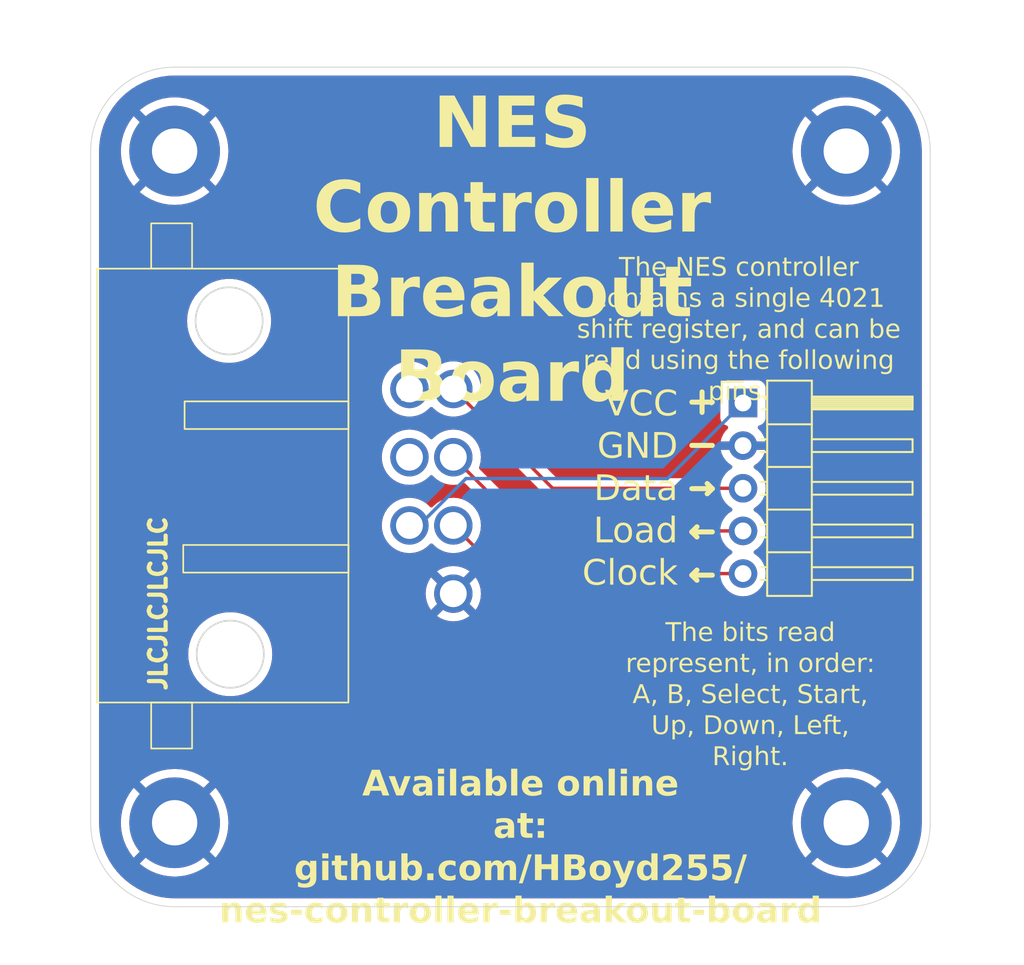
<source format=kicad_pcb>
(kicad_pcb (version 20240108) (generator "pcbnew") (generator_version "8.0")
  (layers (0 "F.Cu" signal) (31 "B.Cu" signal) (34 "B.Paste" user) (35 "F.Paste" user) (36 "B.SilkS" user "B.Silkscreen") (37 "F.SilkS" user "F.Silkscreen") (38 "B.Mask" user) (39 "F.Mask" user) (44 "Edge.Cuts" user))
  (net 0 "")
  (net 3 "GND")
  (net 4 "VCC")
  (net 5 "Data")
  (net 6 "Load")
  (net 7 "Clock")
  (footprint "NES_Controller_Port:NES_Controller_Port" (layer "F.Cu") (at 147.25 120 90)
    (property "Reference" "J1" (hide yes))
    (property "Value" "~")
    (fp_rect (start -12.838126 -14.968295) (end 13 0) (stroke (width 0.1)) (fill none) (layer "F.SilkS"))
    (fp_rect (start 13.003859 -11.74657) (end 15.69914 -9.312) (stroke (width 0.1)) (fill none) (layer "F.SilkS"))
    (fp_rect (start -15.578692 -11.74657) (end -12.836209 -9.312) (stroke (width 0.1)) (fill none) (layer "F.SilkS"))
    (fp_rect (start -5.102064 -9.837307) (end -3.456334 0.001888) (stroke (width 0.1)) (fill none) (layer "F.SilkS"))
    (fp_rect (start 3.449278 -9.756635) (end 5.095008 -0.000001) (stroke (width 0.1)) (fill none) (layer "F.SilkS"))
    (fp_circle (center 9.88992 -7.10518) (end 11.88992 -7.10518) (stroke (width 0.1)) (fill none) (layer "Edge.Cuts"))
    (fp_circle (center -9.961073 -7.037432) (end -7.961073 -7.037432) (stroke (width 0.1)) (fill none) (layer "Edge.Cuts"))
    (pad "1" thru_hole circle (at -6.357655 6.246653 90) (size 2.286 2.286) (drill 1.6002) (layers "*.Cu" "*.Mask") (net 3 "GND"))
    (pad "2" thru_hole circle (at -2.293655 6.246653 90) (size 2.286 2.286) (drill 1.6002) (layers "*.Cu" "*.Mask") (net 7 "Clock"))
    (pad "3" thru_hole circle (at 1.770345 6.246653 90) (size 2.286 2.286) (drill 1.6002) (layers "*.Cu" "*.Mask") (net 6 "Load"))
    (pad "4" thru_hole circle (at 5.834345 6.246653 90) (size 2.286 2.286) (drill 1.6002) (layers "*.Cu" "*.Mask") (net 5 "Data"))
    (pad "5" thru_hole circle (at 5.834345 3.635253 90) (size 2.286 2.286) (drill 1.6002) (layers "*.Cu" "*.Mask"))
    (pad "6" thru_hole circle (at 1.770345 3.635253 90) (size 2.286 2.286) (drill 1.6002) (layers "*.Cu" "*.Mask"))
    (pad "7" thru_hole circle (at -2.293655 3.635253 90) (size 2.286 2.286) (drill 1.6002) (layers "*.Cu" "*.Mask") (net 4 "VCC"))
  )
  (footprint "MountingHole:MountingHole_2.7mm_M2.5_Pad" (layer "F.Cu") (at 136.900426 100)
    (property "Reference" "H2" (hide yes))
    (property "Value" "MountingHole_Pad")
    (pad "1" thru_hole circle (at 0 0) (size 5.4 5.4) (drill 2.7) (layers "*.Cu" "*.Mask") (net 3 "GND"))
  )
  (footprint "Connector_PinHeader_2.54mm:PinHeader_1x05_P2.54mm_Horizontal" (layer "F.Cu") (at 170.75 115)
    (property "Reference" "J2" (hide yes))
    (property "Value" "Conn_01x05_Socket")
    (fp_line (start -1.27 -1.27) (end 0 -1.27) (stroke (width 0.12)) (layer "F.SilkS"))
    (fp_line (start -1.27 0) (end -1.27 -1.27) (stroke (width 0.12)) (layer "F.SilkS"))
    (fp_line (start 1.042929 2.16) (end 1.44 2.16) (stroke (width 0.12)) (layer "F.SilkS"))
    (fp_line (start 1.042929 2.92) (end 1.44 2.92) (stroke (width 0.12)) (layer "F.SilkS"))
    (fp_line (start 1.042929 4.7) (end 1.44 4.7) (stroke (width 0.12)) (layer "F.SilkS"))
    (fp_line (start 1.042929 5.46) (end 1.44 5.46) (stroke (width 0.12)) (layer "F.SilkS"))
    (fp_line (start 1.042929 7.24) (end 1.44 7.24) (stroke (width 0.12)) (layer "F.SilkS"))
    (fp_line (start 1.042929 8) (end 1.44 8) (stroke (width 0.12)) (layer "F.SilkS"))
    (fp_line (start 1.042929 9.78) (end 1.44 9.78) (stroke (width 0.12)) (layer "F.SilkS"))
    (fp_line (start 1.042929 10.54) (end 1.44 10.54) (stroke (width 0.12)) (layer "F.SilkS"))
    (fp_line (start 1.11 -0.38) (end 1.44 -0.38) (stroke (width 0.12)) (layer "F.SilkS"))
    (fp_line (start 1.11 0.38) (end 1.44 0.38) (stroke (width 0.12)) (layer "F.SilkS"))
    (fp_line (start 1.44 -1.33) (end 1.44 11.49) (stroke (width 0.12)) (layer "F.SilkS"))
    (fp_line (start 1.44 1.27) (end 4.1 1.27) (stroke (width 0.12)) (layer "F.SilkS"))
    (fp_line (start 1.44 3.81) (end 4.1 3.81) (stroke (width 0.12)) (layer "F.SilkS"))
    (fp_line (start 1.44 6.35) (end 4.1 6.35) (stroke (width 0.12)) (layer "F.SilkS"))
    (fp_line (start 1.44 8.89) (end 4.1 8.89) (stroke (width 0.12)) (layer "F.SilkS"))
    (fp_line (start 1.44 11.49) (end 4.1 11.49) (stroke (width 0.12)) (layer "F.SilkS"))
    (fp_line (start 4.1 -1.33) (end 1.44 -1.33) (stroke (width 0.12)) (layer "F.SilkS"))
    (fp_line (start 4.1 -0.38) (end 10.1 -0.38) (stroke (width 0.12)) (layer "F.SilkS"))
    (fp_line (start 4.1 -0.32) (end 10.1 -0.32) (stroke (width 0.12)) (layer "F.SilkS"))
    (fp_line (start 4.1 -0.2) (end 10.1 -0.2) (stroke (width 0.12)) (layer "F.SilkS"))
    (fp_line (start 4.1 -0.08) (end 10.1 -0.08) (stroke (width 0.12)) (layer "F.SilkS"))
    (fp_line (start 4.1 0.04) (end 10.1 0.04) (stroke (width 0.12)) (layer "F.SilkS"))
    (fp_line (start 4.1 0.16) (end 10.1 0.16) (stroke (width 0.12)) (layer "F.SilkS"))
    (fp_line (start 4.1 0.28) (end 10.1 0.28) (stroke (width 0.12)) (layer "F.SilkS"))
    (fp_line (start 4.1 2.16) (end 10.1 2.16) (stroke (width 0.12)) (layer "F.SilkS"))
    (fp_line (start 4.1 4.7) (end 10.1 4.7) (stroke (width 0.12)) (layer "F.SilkS"))
    (fp_line (start 4.1 7.24) (end 10.1 7.24) (stroke (width 0.12)) (layer "F.SilkS"))
    (fp_line (start 4.1 9.78) (end 10.1 9.78) (stroke (width 0.12)) (layer "F.SilkS"))
    (fp_line (start 4.1 11.49) (end 4.1 -1.33) (stroke (width 0.12)) (layer "F.SilkS"))
    (fp_line (start 10.1 -0.38) (end 10.1 0.38) (stroke (width 0.12)) (layer "F.SilkS"))
    (fp_line (start 10.1 0.38) (end 4.1 0.38) (stroke (width 0.12)) (layer "F.SilkS"))
    (fp_line (start 10.1 2.16) (end 10.1 2.92) (stroke (width 0.12)) (layer "F.SilkS"))
    (fp_line (start 10.1 2.92) (end 4.1 2.92) (stroke (width 0.12)) (layer "F.SilkS"))
    (fp_line (start 10.1 4.7) (end 10.1 5.46) (stroke (width 0.12)) (layer "F.SilkS"))
    (fp_line (start 10.1 5.46) (end 4.1 5.46) (stroke (width 0.12)) (layer "F.SilkS"))
    (fp_line (start 10.1 7.24) (end 10.1 8) (stroke (width 0.12)) (layer "F.SilkS"))
    (fp_line (start 10.1 8) (end 4.1 8) (stroke (width 0.12)) (layer "F.SilkS"))
    (fp_line (start 10.1 9.78) (end 10.1 10.54) (stroke (width 0.12)) (layer "F.SilkS"))
    (fp_line (start 10.1 10.54) (end 4.1 10.54) (stroke (width 0.12)) (layer "F.SilkS"))
    (pad "1" thru_hole rect (at 0 0) (size 1.7 1.7) (drill 1) (layers "*.Cu" "*.Mask") (net 4 "VCC"))
    (pad "2" thru_hole oval (at 0 2.54) (size 1.7 1.7) (drill 1) (layers "*.Cu" "*.Mask") (net 3 "GND"))
    (pad "3" thru_hole oval (at 0 5.08) (size 1.7 1.7) (drill 1) (layers "*.Cu" "*.Mask") (net 5 "Data"))
    (pad "4" thru_hole oval (at 0 7.62) (size 1.7 1.7) (drill 1) (layers "*.Cu" "*.Mask") (net 6 "Load"))
    (pad "5" thru_hole oval (at 0 10.16) (size 1.7 1.7) (drill 1) (layers "*.Cu" "*.Mask") (net 7 "Clock"))
  )
  (footprint "MountingHole:MountingHole_2.7mm_M2.5_Pad" (layer "F.Cu") (at 176.900426 100)
    (property "Reference" "H1" (hide yes))
    (property "Value" "MountingHole_Pad")
    (pad "1" thru_hole circle (at 0 0) (size 5.4 5.4) (drill 2.7) (layers "*.Cu" "*.Mask") (net 3 "GND"))
  )
  (footprint "MountingHole:MountingHole_2.7mm_M2.5_Pad" (layer "F.Cu") (at 176.900426 140)
    (property "Reference" "H3" (hide yes))
    (property "Value" "MountingHole_Pad")
    (pad "1" thru_hole circle (at 0 0) (size 5.4 5.4) (drill 2.7) (layers "*.Cu" "*.Mask") (net 3 "GND"))
  )
  (footprint "MountingHole:MountingHole_2.7mm_M2.5_Pad" (layer "F.Cu") (at 136.900426 140)
    (property "Reference" "H4" (hide yes))
    (property "Value" "MountingHole_Pad")
    (pad "1" thru_hole circle (at 0 0) (size 5.4 5.4) (drill 2.7) (layers "*.Cu" "*.Mask") (net 3 "GND"))
  )
  (gr_arc (start 181.900426 140) (mid 180.43596 143.535534) (end 176.900426 145) (stroke (width 0.05)) (layer "Edge.Cuts"))
  (gr_arc (start 131.900426 100) (mid 133.364892 96.464466) (end 136.900426 95) (stroke (width 0.05)) (layer "Edge.Cuts"))
  (gr_arc (start 176.900426 95) (mid 180.43596 96.464466) (end 181.900426 100) (stroke (width 0.05)) (layer "Edge.Cuts"))
  (gr_line (start 136.900426 145) (end 176.900426 145) (stroke (width 0.05)) (layer "Edge.Cuts"))
  (gr_line (start 176.900426 95) (end 136.900426 95) (stroke (width 0.05)) (layer "Edge.Cuts"))
  (gr_arc (start 136.900426 145) (mid 133.364892 143.535534) (end 131.900426 140) (stroke (width 0.05)) (layer "Edge.Cuts"))
  (gr_line (start 131.900426 100) (end 131.900426 140) (stroke (width 0.05)) (layer "Edge.Cuts"))
  (gr_line (start 181.900426 140) (end 181.900426 100) (stroke (width 0.05)) (layer "Edge.Cuts"))
  (gr_text "JLCJLCJLCJLC" (at 136.5 132.25 90) (layer "F.SilkS") (effects (font (size 1 1) (thickness 0.25) (bold yes)) (justify left bottom)))
  (gr_text "VCC\nGND\nData\nLoad\nClock" (at 166.875 126.075 0) (layer "F.SilkS") (effects (font (size 1.5 1.5)) (justify right bottom)))
  (gr_text "+\n-\n→\n←\n←" (at 167.125 126.075 0) (layer "F.SilkS") (effects (font (size 1.6 1.6) (thickness 0.3) (bold yes)) (justify left bottom)))
  (gr_text_box "Available online at:\ngithub.com/HBoyd255/\nnes-controller-breakout-board" (start 145 135.75) (end 170 144.25) (layer "F.SilkS") (effects (font (size 1.5 1.5) (thickness 0.3) (bold yes)) (justify top)) (border no))
  (gr_text_box "The bits read represent, in order:\nA, B, Select, Start, \nUp, Down, Left, Right.\n" (start 162 127.25) (end 180.375 136.5) (layer "F.SilkS") (effects (font (size 1.1 1.1) (thickness 0.1)) (justify top)) (border no))
  (gr_text_box "The NES controller contains a single 4021 shift register, and can be read using the following pins.\n" (start 159.375 105.5) (end 181.625 113.75) (layer "F.SilkS") (effects (font (size 1.1 1.1) (thickness 0.1)) (justify top)) (border no))
  (gr_text_box "NES Controller Breakout Board" (start 138.4375 94.5) (end 175.5625 103.75) (layer "F.SilkS") (effects (font (size 3 3) (thickness 0.2) (bold yes)) (justify top)) (border no))
  (segment (start 154.249597 119.5) (end 166.25 119.5) (width 0.2) (layer "B.Cu") (net 4))
  (segment (start 166.25 119.5) (end 170.75 115) (width 0.2) (layer "B.Cu") (net 4))
  (segment (start 151.455942 122.293655) (end 154.249597 119.5) (width 0.2) (layer "B.Cu") (net 4))
  (segment (start 150.885253 122.293655) (end 151.455942 122.293655) (width 0.2) (layer "B.Cu") (net 4))
  (segment (start 170.75 120.08) (end 159.410998 120.08) (width 0.2) (layer "F.Cu") (net 5))
  (segment (start 159.410998 120.08) (end 153.496653 114.165655) (width 0.2) (layer "F.Cu") (net 5))
  (segment (start 157.886998 122.62) (end 170.75 122.62) (width 0.2) (layer "F.Cu") (net 6))
  (segment (start 153.496653 118.229655) (end 157.886998 122.62) (width 0.2) (layer "F.Cu") (net 6))
  (segment (start 153.496653 122.293655) (end 156.362998 125.16) (width 0.2) (layer "F.Cu") (net 7))
  (segment (start 156.362998 125.16) (end 170.75 125.16) (width 0.2) (layer "F.Cu") (net 7))
  (zone (net 3) (net_name "GND") (layers "F&B.Cu") (connect_pads (clearance 0.5)) (min_thickness 0.25) (fill yes (thermal_gap 0.5) (thermal_bridge_width 0.5))
    (polygon (pts (xy 128 92.75) (xy 126.5 148.5) (xy 187.5 147.5) (xy 186.5 91)))
  )
)
</source>
